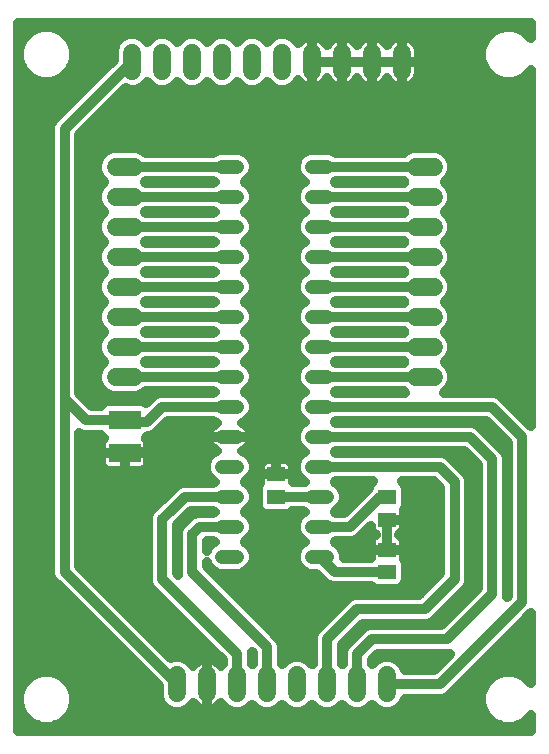
<source format=gbr>
G75*
%MOIN*%
%OFA0B0*%
%FSLAX24Y24*%
%IPPOS*%
%LPD*%
%AMOC8*
5,1,8,0,0,1.08239X$1,22.5*
%
%ADD10C,0.0480*%
%ADD11R,0.1063X0.0630*%
%ADD12R,0.0591X0.0512*%
%ADD13C,0.0600*%
%ADD14C,0.0320*%
D10*
X007520Y006510D02*
X008000Y006510D01*
X008000Y007510D02*
X007520Y007510D01*
X007520Y008510D02*
X008000Y008510D01*
X008000Y009510D02*
X007520Y009510D01*
X007520Y010510D02*
X008000Y010510D01*
X008000Y011510D02*
X007520Y011510D01*
X007520Y012510D02*
X008000Y012510D01*
X008000Y013510D02*
X007520Y013510D01*
X007520Y014510D02*
X008000Y014510D01*
X008000Y015510D02*
X007520Y015510D01*
X007520Y016510D02*
X008000Y016510D01*
X008000Y017510D02*
X007520Y017510D01*
X007520Y018510D02*
X008000Y018510D01*
X008000Y019510D02*
X007520Y019510D01*
X010520Y019510D02*
X011000Y019510D01*
X011000Y018510D02*
X010520Y018510D01*
X010520Y017510D02*
X011000Y017510D01*
X011000Y016510D02*
X010520Y016510D01*
X010520Y015510D02*
X011000Y015510D01*
X011000Y014510D02*
X010520Y014510D01*
X010520Y013510D02*
X011000Y013510D01*
X011000Y012510D02*
X010520Y012510D01*
X010520Y011510D02*
X011000Y011510D01*
X011000Y010510D02*
X010520Y010510D01*
X010520Y009510D02*
X011000Y009510D01*
X011000Y008510D02*
X010520Y008510D01*
X010520Y007510D02*
X011000Y007510D01*
X011000Y006510D02*
X010520Y006510D01*
D11*
X004260Y009959D03*
X004260Y011061D03*
D12*
X009320Y009264D03*
X009320Y008516D03*
X013010Y008504D03*
X013010Y007756D03*
X013010Y006754D03*
X013010Y006006D03*
D13*
X013010Y002560D02*
X013010Y001960D01*
X012010Y001960D02*
X012010Y002560D01*
X011010Y002560D02*
X011010Y001960D01*
X010010Y001960D02*
X010010Y002560D01*
X009010Y002560D02*
X009010Y001960D01*
X008010Y001960D02*
X008010Y002560D01*
X007010Y002560D02*
X007010Y001960D01*
X006010Y001960D02*
X006010Y002560D01*
X004560Y012510D02*
X003960Y012510D01*
X003960Y013510D02*
X004560Y013510D01*
X004560Y014510D02*
X003960Y014510D01*
X003960Y015510D02*
X004560Y015510D01*
X004560Y016510D02*
X003960Y016510D01*
X003960Y017510D02*
X004560Y017510D01*
X004560Y018510D02*
X003960Y018510D01*
X003960Y019510D02*
X004560Y019510D01*
X004510Y022710D02*
X004510Y023310D01*
X005510Y023310D02*
X005510Y022710D01*
X006510Y022710D02*
X006510Y023310D01*
X007510Y023310D02*
X007510Y022710D01*
X008510Y022710D02*
X008510Y023310D01*
X009510Y023310D02*
X009510Y022710D01*
X010510Y022710D02*
X010510Y023310D01*
X011510Y023310D02*
X011510Y022710D01*
X012510Y022710D02*
X012510Y023310D01*
X013510Y023310D02*
X013510Y022710D01*
X013960Y019510D02*
X014560Y019510D01*
X014560Y018510D02*
X013960Y018510D01*
X013960Y017510D02*
X014560Y017510D01*
X014560Y016510D02*
X013960Y016510D01*
X013960Y015510D02*
X014560Y015510D01*
X014560Y014510D02*
X013960Y014510D01*
X013960Y013510D02*
X014560Y013510D01*
X014560Y012510D02*
X013960Y012510D01*
D14*
X000707Y000733D02*
X000718Y000718D01*
X000733Y000707D01*
X000733Y000707D01*
X000751Y000701D01*
X000760Y000700D01*
X017760Y000700D01*
X017769Y000701D01*
X017787Y000707D01*
X017802Y000718D01*
X017813Y000733D01*
X017819Y000751D01*
X017820Y000760D01*
X017820Y001228D01*
X017579Y000988D01*
X017244Y000849D01*
X016882Y000849D01*
X016547Y000988D01*
X016291Y001244D01*
X016152Y001579D01*
X016152Y001941D01*
X016291Y002276D01*
X016547Y002532D01*
X016882Y002671D01*
X017244Y002671D01*
X017579Y002532D01*
X017820Y002292D01*
X017820Y004641D01*
X015167Y001988D01*
X015032Y001853D01*
X014855Y001780D01*
X013607Y001780D01*
X013536Y001609D01*
X013361Y001434D01*
X013133Y001340D01*
X012887Y001340D01*
X012659Y001434D01*
X012510Y001583D01*
X012361Y001434D01*
X012133Y001340D01*
X011887Y001340D01*
X011659Y001434D01*
X011510Y001583D01*
X011361Y001434D01*
X011133Y001340D01*
X010887Y001340D01*
X010659Y001434D01*
X010510Y001583D01*
X010361Y001434D01*
X010133Y001340D01*
X009887Y001340D01*
X009659Y001434D01*
X009510Y001583D01*
X009361Y001434D01*
X009133Y001340D01*
X008887Y001340D01*
X008659Y001434D01*
X008510Y001583D01*
X008361Y001434D01*
X008133Y001340D01*
X007887Y001340D01*
X007659Y001434D01*
X007484Y001609D01*
X007471Y001642D01*
X007437Y001595D01*
X007375Y001533D01*
X007304Y001481D01*
X007225Y001441D01*
X007141Y001414D01*
X007054Y001400D01*
X007010Y001400D01*
X007010Y002260D01*
X007010Y002260D01*
X007010Y003120D01*
X007054Y003120D01*
X007141Y003106D01*
X007225Y003079D01*
X007304Y003039D01*
X007375Y002987D01*
X007437Y002925D01*
X007471Y002878D01*
X007484Y002911D01*
X007530Y002957D01*
X007530Y003061D01*
X005103Y005488D01*
X005030Y005665D01*
X005030Y007855D01*
X005103Y008032D01*
X005238Y008167D01*
X005488Y008417D01*
X005988Y008917D01*
X006165Y008990D01*
X007215Y008990D01*
X007264Y009010D01*
X007203Y009035D01*
X007045Y009193D01*
X006960Y009399D01*
X006960Y009621D01*
X007045Y009827D01*
X007203Y009985D01*
X007342Y010042D01*
X007328Y010047D01*
X007258Y010082D01*
X007194Y010129D01*
X007139Y010184D01*
X007092Y010248D01*
X007057Y010318D01*
X007032Y010393D01*
X007020Y010471D01*
X007020Y010510D01*
X007760Y010510D01*
X006010Y010510D01*
X005510Y010010D01*
X004311Y010010D01*
X004260Y009959D01*
X005051Y009959D01*
X005051Y010299D01*
X005042Y010350D01*
X005022Y010397D01*
X004993Y010440D01*
X004962Y010471D01*
X004973Y010475D01*
X005028Y010530D01*
X005105Y010530D01*
X005282Y010603D01*
X005709Y011030D01*
X007215Y011030D01*
X007342Y010978D01*
X007328Y010973D01*
X007258Y010938D01*
X007194Y010891D01*
X007139Y010836D01*
X007092Y010772D01*
X007057Y010702D01*
X007032Y010627D01*
X007020Y010549D01*
X007020Y010510D01*
X007760Y010510D01*
X008500Y010510D01*
X008500Y010549D01*
X008488Y010627D01*
X008463Y010702D01*
X008428Y010772D01*
X008381Y010836D01*
X008326Y010891D01*
X008262Y010938D01*
X008192Y010973D01*
X008178Y010978D01*
X008317Y011035D01*
X008475Y011193D01*
X008560Y011399D01*
X008560Y011621D01*
X008475Y011827D01*
X008317Y011985D01*
X008256Y012010D01*
X008317Y012035D01*
X008475Y012193D01*
X008560Y012399D01*
X008560Y012621D01*
X008475Y012827D01*
X008317Y012985D01*
X008256Y013010D01*
X008317Y013035D01*
X008475Y013193D01*
X008560Y013399D01*
X008560Y013621D01*
X008475Y013827D01*
X008317Y013985D01*
X008256Y014010D01*
X008317Y014035D01*
X008475Y014193D01*
X008560Y014399D01*
X008560Y014621D01*
X008475Y014827D01*
X008317Y014985D01*
X008256Y015010D01*
X008317Y015035D01*
X008475Y015193D01*
X008560Y015399D01*
X008560Y015621D01*
X008475Y015827D01*
X008317Y015985D01*
X008256Y016010D01*
X008317Y016035D01*
X008475Y016193D01*
X008560Y016399D01*
X008560Y016621D01*
X008475Y016827D01*
X008317Y016985D01*
X008256Y017010D01*
X008317Y017035D01*
X008475Y017193D01*
X008560Y017399D01*
X008560Y017621D01*
X008475Y017827D01*
X008317Y017985D01*
X008256Y018010D01*
X008317Y018035D01*
X008475Y018193D01*
X008560Y018399D01*
X008560Y018621D01*
X008475Y018827D01*
X008317Y018985D01*
X008256Y019010D01*
X008317Y019035D01*
X008475Y019193D01*
X008560Y019399D01*
X008560Y019621D01*
X008475Y019827D01*
X008317Y019985D01*
X008111Y020070D01*
X007409Y020070D01*
X007215Y019990D01*
X004957Y019990D01*
X004911Y020036D01*
X004683Y020130D01*
X003837Y020130D01*
X003609Y020036D01*
X003434Y019861D01*
X003340Y019633D01*
X003340Y019387D01*
X003434Y019159D01*
X003583Y019010D01*
X003434Y018861D01*
X003340Y018633D01*
X003340Y018387D01*
X003434Y018159D01*
X003583Y018010D01*
X003434Y017861D01*
X003340Y017633D01*
X003340Y017387D01*
X003434Y017159D01*
X003583Y017010D01*
X003434Y016861D01*
X003340Y016633D01*
X003340Y016387D01*
X003434Y016159D01*
X003583Y016010D01*
X003434Y015861D01*
X003340Y015633D01*
X003340Y015387D01*
X003434Y015159D01*
X003583Y015010D01*
X003434Y014861D01*
X003340Y014633D01*
X003340Y014387D01*
X003434Y014159D01*
X003583Y014010D01*
X003434Y013861D01*
X003340Y013633D01*
X003340Y013387D01*
X003434Y013159D01*
X003583Y013010D01*
X003434Y012861D01*
X003340Y012633D01*
X003340Y012387D01*
X003434Y012159D01*
X003609Y011984D01*
X003837Y011890D01*
X004683Y011890D01*
X004911Y011984D01*
X004957Y012030D01*
X007215Y012030D01*
X007264Y012010D01*
X007215Y011990D01*
X005415Y011990D01*
X005238Y011917D01*
X004970Y011649D01*
X004855Y011696D01*
X003665Y011696D01*
X003547Y011647D01*
X003457Y011557D01*
X003451Y011541D01*
X003158Y011541D01*
X002740Y011959D01*
X002740Y020561D01*
X004303Y022125D01*
X004387Y022090D01*
X004633Y022090D01*
X004861Y022184D01*
X005010Y022333D01*
X005159Y022184D01*
X005387Y022090D01*
X005633Y022090D01*
X005861Y022184D01*
X006010Y022333D01*
X006159Y022184D01*
X006387Y022090D01*
X006633Y022090D01*
X006861Y022184D01*
X007010Y022333D01*
X007159Y022184D01*
X007387Y022090D01*
X007633Y022090D01*
X007861Y022184D01*
X008010Y022333D01*
X008159Y022184D01*
X008387Y022090D01*
X008633Y022090D01*
X008861Y022184D01*
X009010Y022333D01*
X009159Y022184D01*
X009387Y022090D01*
X009633Y022090D01*
X009861Y022184D01*
X010036Y022359D01*
X010049Y022392D01*
X010083Y022345D01*
X010145Y022283D01*
X010216Y022231D01*
X010295Y022191D01*
X010379Y022164D01*
X010466Y022150D01*
X010510Y022150D01*
X010554Y022150D01*
X010641Y022164D01*
X010725Y022191D01*
X010804Y022231D01*
X010875Y022283D01*
X010937Y022345D01*
X010989Y022416D01*
X011010Y022458D01*
X011031Y022416D01*
X011083Y022345D01*
X011145Y022283D01*
X011216Y022231D01*
X011295Y022191D01*
X011379Y022164D01*
X011466Y022150D01*
X011510Y022150D01*
X011554Y022150D01*
X011641Y022164D01*
X011725Y022191D01*
X011804Y022231D01*
X011875Y022283D01*
X011937Y022345D01*
X011989Y022416D01*
X012010Y022458D01*
X012031Y022416D01*
X012083Y022345D01*
X012145Y022283D01*
X012216Y022231D01*
X012295Y022191D01*
X012379Y022164D01*
X012466Y022150D01*
X012510Y022150D01*
X012554Y022150D01*
X012641Y022164D01*
X012725Y022191D01*
X012804Y022231D01*
X012875Y022283D01*
X012937Y022345D01*
X012989Y022416D01*
X013010Y022458D01*
X013031Y022416D01*
X013083Y022345D01*
X013145Y022283D01*
X013216Y022231D01*
X013295Y022191D01*
X013379Y022164D01*
X013466Y022150D01*
X013510Y022150D01*
X013554Y022150D01*
X013641Y022164D01*
X013725Y022191D01*
X013804Y022231D01*
X013875Y022283D01*
X013937Y022345D01*
X013989Y022416D01*
X014029Y022495D01*
X014056Y022579D01*
X014070Y022666D01*
X014070Y023010D01*
X014070Y023354D01*
X014056Y023441D01*
X014029Y023525D01*
X013989Y023604D01*
X013937Y023675D01*
X013875Y023737D01*
X013804Y023789D01*
X013725Y023829D01*
X013641Y023856D01*
X013554Y023870D01*
X013510Y023870D01*
X013510Y023010D01*
X013510Y023010D01*
X014070Y023010D01*
X013510Y023010D01*
X013510Y023010D01*
X013510Y023010D01*
X012510Y023010D01*
X012510Y023010D01*
X012510Y023010D01*
X012510Y023870D01*
X012554Y023870D01*
X012641Y023856D01*
X012725Y023829D01*
X012804Y023789D01*
X012875Y023737D01*
X012937Y023675D01*
X012989Y023604D01*
X013010Y023562D01*
X013031Y023604D01*
X013083Y023675D01*
X013145Y023737D01*
X013216Y023789D01*
X013295Y023829D01*
X013379Y023856D01*
X013466Y023870D01*
X013510Y023870D01*
X013510Y023010D01*
X013510Y022150D01*
X013510Y023010D01*
X013510Y023010D01*
X013070Y023010D01*
X012510Y023010D01*
X012510Y023870D01*
X012466Y023870D01*
X012379Y023856D01*
X012295Y023829D01*
X012216Y023789D01*
X012145Y023737D01*
X012083Y023675D01*
X012031Y023604D01*
X012010Y023562D01*
X011989Y023604D01*
X011937Y023675D01*
X011875Y023737D01*
X011804Y023789D01*
X011725Y023829D01*
X011641Y023856D01*
X011554Y023870D01*
X011510Y023870D01*
X011510Y023010D01*
X011510Y023010D01*
X012510Y023010D01*
X012510Y022150D01*
X012510Y023010D01*
X012510Y023010D01*
X012510Y023010D01*
X011950Y023010D01*
X011510Y023010D01*
X011510Y023010D01*
X011510Y023010D01*
X010510Y023010D01*
X010510Y023010D01*
X010510Y023010D01*
X010510Y023870D01*
X010554Y023870D01*
X010641Y023856D01*
X010725Y023829D01*
X010804Y023789D01*
X010875Y023737D01*
X010937Y023675D01*
X010989Y023604D01*
X011010Y023562D01*
X011031Y023604D01*
X011083Y023675D01*
X011145Y023737D01*
X011216Y023789D01*
X011295Y023829D01*
X011379Y023856D01*
X011466Y023870D01*
X011510Y023870D01*
X011510Y023010D01*
X011510Y022150D01*
X011510Y023010D01*
X011510Y023010D01*
X010950Y023010D01*
X010510Y023010D01*
X010510Y023870D01*
X010466Y023870D01*
X010379Y023856D01*
X010295Y023829D01*
X010216Y023789D01*
X010145Y023737D01*
X010083Y023675D01*
X010049Y023628D01*
X010036Y023661D01*
X009861Y023836D01*
X009633Y023930D01*
X009387Y023930D01*
X009159Y023836D01*
X009010Y023687D01*
X008861Y023836D01*
X008633Y023930D01*
X008387Y023930D01*
X008159Y023836D01*
X008010Y023687D01*
X007861Y023836D01*
X007633Y023930D01*
X007387Y023930D01*
X007159Y023836D01*
X007010Y023687D01*
X006861Y023836D01*
X006633Y023930D01*
X006387Y023930D01*
X006159Y023836D01*
X006010Y023687D01*
X005861Y023836D01*
X005633Y023930D01*
X005387Y023930D01*
X005159Y023836D01*
X005010Y023687D01*
X004861Y023836D01*
X004633Y023930D01*
X004387Y023930D01*
X004159Y023836D01*
X003984Y023661D01*
X003890Y023433D01*
X003890Y023069D01*
X001853Y021032D01*
X001780Y020855D01*
X001780Y005915D01*
X001853Y005738D01*
X001988Y005603D01*
X005390Y002201D01*
X005390Y001837D01*
X005484Y001609D01*
X005659Y001434D01*
X005887Y001340D01*
X006133Y001340D01*
X006361Y001434D01*
X006536Y001609D01*
X006549Y001642D01*
X006583Y001595D01*
X006645Y001533D01*
X006716Y001481D01*
X006795Y001441D01*
X006879Y001414D01*
X006966Y001400D01*
X007010Y001400D01*
X007010Y002260D01*
X007010Y003120D01*
X006966Y003120D01*
X006879Y003106D01*
X006795Y003079D01*
X006716Y003039D01*
X006645Y002987D01*
X006583Y002925D01*
X006549Y002878D01*
X006536Y002911D01*
X006361Y003086D01*
X006133Y003180D01*
X005887Y003180D01*
X005803Y003145D01*
X002740Y006209D01*
X002740Y010632D01*
X002863Y010581D01*
X003451Y010581D01*
X003457Y010565D01*
X003547Y010475D01*
X003558Y010471D01*
X003527Y010440D01*
X003498Y010397D01*
X003478Y010350D01*
X003469Y010299D01*
X003469Y009959D01*
X004260Y009959D01*
X004260Y009959D01*
X004260Y009959D01*
X005051Y009959D01*
X005051Y009618D01*
X005042Y009568D01*
X005022Y009521D01*
X004993Y009478D01*
X004957Y009442D01*
X004915Y009413D01*
X004867Y009394D01*
X004817Y009384D01*
X004260Y009384D01*
X004260Y009959D01*
X003469Y009959D01*
X003469Y009618D01*
X003478Y009568D01*
X003498Y009521D01*
X003527Y009478D01*
X003563Y009442D01*
X003605Y009413D01*
X003653Y009394D01*
X003703Y009384D01*
X004260Y009384D01*
X004260Y009959D01*
X004260Y009959D01*
X004260Y009815D02*
X004260Y009815D01*
X004260Y009497D02*
X004260Y009497D01*
X005006Y009497D02*
X006960Y009497D01*
X007060Y009178D02*
X002740Y009178D01*
X002740Y008860D02*
X005931Y008860D01*
X006260Y008510D02*
X005760Y008010D01*
X005510Y007760D01*
X005510Y005760D01*
X008010Y003260D01*
X008010Y002260D01*
X008510Y002937D02*
X008490Y002957D01*
X008490Y003351D01*
X008530Y003311D01*
X008530Y002957D01*
X008510Y002937D01*
X008490Y003127D02*
X008530Y003127D01*
X009010Y003510D02*
X006510Y006010D01*
X006510Y007260D01*
X006760Y007510D01*
X007760Y007510D01*
X007264Y007010D02*
X007203Y006985D01*
X007045Y006827D01*
X006990Y006694D01*
X006990Y007030D01*
X007215Y007030D01*
X007264Y007010D01*
X007167Y006949D02*
X006990Y006949D01*
X006990Y006326D02*
X007045Y006193D01*
X007203Y006035D01*
X007409Y005950D01*
X008111Y005950D01*
X008317Y006035D01*
X008475Y006193D01*
X008560Y006399D01*
X008560Y006621D01*
X008475Y006827D01*
X008317Y006985D01*
X008256Y007010D01*
X008317Y007035D01*
X008475Y007193D01*
X008560Y007399D01*
X008560Y007621D01*
X008475Y007827D01*
X008317Y007985D01*
X008256Y008010D01*
X008317Y008035D01*
X008475Y008193D01*
X008560Y008399D01*
X008560Y008621D01*
X008475Y008827D01*
X008317Y008985D01*
X008256Y009010D01*
X008317Y009035D01*
X008475Y009193D01*
X008560Y009399D01*
X008560Y009621D01*
X008475Y009827D01*
X008317Y009985D01*
X008178Y010042D01*
X008192Y010047D01*
X008262Y010082D01*
X008326Y010129D01*
X008381Y010184D01*
X008428Y010248D01*
X008463Y010318D01*
X008488Y010393D01*
X008500Y010471D01*
X008500Y010510D01*
X007760Y010510D01*
X007760Y010510D01*
X007760Y010510D01*
X008331Y010134D02*
X010105Y010134D01*
X010045Y010193D02*
X010203Y010035D01*
X010264Y010010D01*
X010203Y009985D01*
X010045Y009827D01*
X009960Y009621D01*
X009960Y009399D01*
X010045Y009193D01*
X010203Y009035D01*
X010264Y009010D01*
X010230Y008996D01*
X009875Y008996D01*
X009875Y009264D01*
X009875Y009546D01*
X009865Y009596D01*
X009846Y009643D01*
X009817Y009686D01*
X009781Y009722D01*
X009738Y009750D01*
X009691Y009770D01*
X009641Y009780D01*
X009320Y009780D01*
X008999Y009780D01*
X008949Y009770D01*
X008902Y009750D01*
X008859Y009722D01*
X008823Y009686D01*
X008794Y009643D01*
X008775Y009596D01*
X008765Y009546D01*
X008765Y009264D01*
X008765Y008983D01*
X008768Y008967D01*
X008753Y008953D01*
X008705Y008836D01*
X008705Y008196D01*
X008753Y008079D01*
X008843Y007989D01*
X008961Y007940D01*
X009679Y007940D01*
X009797Y007989D01*
X009844Y008036D01*
X010202Y008036D01*
X010203Y008035D01*
X010264Y008010D01*
X010203Y007985D01*
X010045Y007827D01*
X009960Y007621D01*
X009960Y007399D01*
X010045Y007193D01*
X010203Y007035D01*
X010264Y007010D01*
X010203Y006985D01*
X010045Y006827D01*
X009960Y006621D01*
X009960Y006399D01*
X010045Y006193D01*
X010203Y006035D01*
X010409Y005950D01*
X010641Y005950D01*
X010992Y005599D01*
X011169Y005526D01*
X012486Y005526D01*
X012533Y005479D01*
X012651Y005430D01*
X013369Y005430D01*
X013487Y005479D01*
X013577Y005569D01*
X013625Y005686D01*
X013625Y006326D01*
X013577Y006443D01*
X013562Y006457D01*
X013565Y006473D01*
X013565Y006754D01*
X013565Y007036D01*
X013555Y007086D01*
X013536Y007133D01*
X013507Y007176D01*
X013471Y007212D01*
X013428Y007240D01*
X013393Y007255D01*
X013428Y007270D01*
X013471Y007298D01*
X013507Y007334D01*
X013536Y007377D01*
X013555Y007424D01*
X013565Y007474D01*
X013565Y007756D01*
X013565Y008037D01*
X013562Y008053D01*
X013577Y008067D01*
X013625Y008184D01*
X013625Y008824D01*
X013577Y008941D01*
X013488Y009030D01*
X014561Y009030D01*
X014780Y008811D01*
X014780Y005959D01*
X014061Y005240D01*
X011915Y005240D01*
X011738Y005167D01*
X010603Y004032D01*
X010530Y003855D01*
X010530Y002957D01*
X010510Y002937D01*
X010361Y003086D01*
X010133Y003180D01*
X009887Y003180D01*
X009659Y003086D01*
X009510Y002937D01*
X009490Y002957D01*
X009490Y003605D01*
X009417Y003782D01*
X006990Y006209D01*
X006990Y006326D01*
X006990Y006312D02*
X006996Y006312D01*
X007206Y005993D02*
X007305Y005993D01*
X007524Y005675D02*
X010917Y005675D01*
X011264Y006006D02*
X010760Y006510D01*
X011256Y007010D02*
X011305Y007030D01*
X011855Y007030D01*
X012032Y007103D01*
X012167Y007238D01*
X012455Y007526D01*
X012455Y007474D01*
X012465Y007424D01*
X012484Y007377D01*
X012513Y007334D01*
X012549Y007298D01*
X012592Y007270D01*
X012627Y007255D01*
X012592Y007240D01*
X012549Y007212D01*
X012513Y007176D01*
X012484Y007133D01*
X012465Y007086D01*
X012455Y007036D01*
X012455Y006754D01*
X012455Y006486D01*
X011560Y006486D01*
X011560Y006621D01*
X011475Y006827D01*
X011317Y006985D01*
X011256Y007010D01*
X011353Y006949D02*
X012455Y006949D01*
X012455Y006754D02*
X013010Y006754D01*
X013010Y006754D01*
X013565Y006754D01*
X013010Y006754D01*
X012455Y006754D01*
X012455Y006630D02*
X011556Y006630D01*
X011264Y006006D02*
X013010Y006006D01*
X013010Y006754D02*
X013010Y006754D01*
X013010Y007756D01*
X013565Y007756D01*
X013010Y007756D01*
X013010Y007756D01*
X013010Y007240D01*
X013010Y006754D01*
X013010Y006754D01*
X013010Y006949D02*
X013010Y006949D01*
X013010Y007267D02*
X013010Y007267D01*
X013010Y007586D02*
X013010Y007586D01*
X013010Y007756D02*
X013010Y007756D01*
X013422Y007267D02*
X014780Y007267D01*
X014780Y007586D02*
X013565Y007586D01*
X013565Y007904D02*
X014780Y007904D01*
X014780Y008223D02*
X013625Y008223D01*
X013625Y008541D02*
X014780Y008541D01*
X014732Y008860D02*
X013610Y008860D01*
X013010Y008504D02*
X012754Y008504D01*
X011760Y007510D01*
X010760Y007510D01*
X011256Y008010D02*
X011317Y008035D01*
X011475Y008193D01*
X011560Y008399D01*
X011560Y008621D01*
X011475Y008827D01*
X011317Y008985D01*
X011256Y009010D01*
X011305Y009030D01*
X012532Y009030D01*
X012443Y008941D01*
X012395Y008824D01*
X012395Y008824D01*
X011561Y007990D01*
X011305Y007990D01*
X011256Y008010D01*
X011487Y008223D02*
X011794Y008223D01*
X011560Y008541D02*
X012112Y008541D01*
X012410Y008860D02*
X011442Y008860D01*
X010760Y008510D02*
X010754Y008516D01*
X009320Y008516D01*
X008705Y008541D02*
X008560Y008541D01*
X008442Y008860D02*
X008715Y008860D01*
X008765Y009178D02*
X008460Y009178D01*
X008560Y009497D02*
X008765Y009497D01*
X008765Y009264D02*
X009320Y009264D01*
X009320Y009264D01*
X009875Y009264D01*
X009320Y009264D01*
X008765Y009264D01*
X008480Y009815D02*
X010040Y009815D01*
X010045Y010193D02*
X009960Y010399D01*
X009960Y010621D01*
X010045Y010827D01*
X010203Y010985D01*
X010264Y011010D01*
X010203Y011035D01*
X010045Y011193D01*
X009960Y011399D01*
X009960Y011621D01*
X010045Y011827D01*
X010203Y011985D01*
X010264Y012010D01*
X010203Y012035D01*
X010045Y012193D01*
X009960Y012399D01*
X009960Y012621D01*
X010045Y012827D01*
X010203Y012985D01*
X010264Y013010D01*
X010203Y013035D01*
X010045Y013193D01*
X009960Y013399D01*
X009960Y013621D01*
X010045Y013827D01*
X010203Y013985D01*
X010264Y014010D01*
X010203Y014035D01*
X010045Y014193D01*
X009960Y014399D01*
X009960Y014621D01*
X010045Y014827D01*
X010203Y014985D01*
X010264Y015010D01*
X010203Y015035D01*
X010045Y015193D01*
X009960Y015399D01*
X009960Y015621D01*
X010045Y015827D01*
X010203Y015985D01*
X010264Y016010D01*
X010203Y016035D01*
X010045Y016193D01*
X009960Y016399D01*
X009960Y016621D01*
X010045Y016827D01*
X010203Y016985D01*
X010264Y017010D01*
X010203Y017035D01*
X010045Y017193D01*
X009960Y017399D01*
X009960Y017621D01*
X010045Y017827D01*
X010203Y017985D01*
X010264Y018010D01*
X010203Y018035D01*
X010045Y018193D01*
X009960Y018399D01*
X009960Y018621D01*
X010045Y018827D01*
X010203Y018985D01*
X010264Y019010D01*
X010203Y019035D01*
X010045Y019193D01*
X009960Y019399D01*
X009960Y019621D01*
X010045Y019827D01*
X010203Y019985D01*
X010409Y020070D01*
X011111Y020070D01*
X011305Y019990D01*
X013563Y019990D01*
X013609Y020036D01*
X013837Y020130D01*
X014683Y020130D01*
X014911Y020036D01*
X015086Y019861D01*
X015180Y019633D01*
X015180Y019387D01*
X015086Y019159D01*
X014937Y019010D01*
X015086Y018861D01*
X015180Y018633D01*
X015180Y018387D01*
X015086Y018159D01*
X014937Y018010D01*
X015086Y017861D01*
X015180Y017633D01*
X015180Y017387D01*
X015086Y017159D01*
X014937Y017010D01*
X015086Y016861D01*
X015180Y016633D01*
X015180Y016387D01*
X015086Y016159D01*
X014937Y016010D01*
X015086Y015861D01*
X015180Y015633D01*
X015180Y015387D01*
X015086Y015159D01*
X014937Y015010D01*
X015086Y014861D01*
X015180Y014633D01*
X015180Y014387D01*
X015086Y014159D01*
X014937Y014010D01*
X015086Y013861D01*
X015180Y013633D01*
X015180Y013387D01*
X015086Y013159D01*
X014937Y013010D01*
X015086Y012861D01*
X015180Y012633D01*
X015180Y012387D01*
X015086Y012159D01*
X014917Y011990D01*
X016605Y011990D01*
X016782Y011917D01*
X017782Y010917D01*
X017820Y010879D01*
X017820Y022728D01*
X017579Y022488D01*
X017244Y022349D01*
X016882Y022349D01*
X016547Y022488D01*
X016291Y022744D01*
X016152Y023079D01*
X016152Y023441D01*
X016291Y023776D01*
X016547Y024032D01*
X016882Y024171D01*
X017244Y024171D01*
X017579Y024032D01*
X017820Y023792D01*
X017820Y024260D01*
X017819Y024269D01*
X017813Y024287D01*
X017802Y024302D01*
X017787Y024313D01*
X017769Y024319D01*
X017760Y024320D01*
X000760Y024320D01*
X000751Y024319D01*
X000733Y024313D01*
X000718Y024302D01*
X000707Y024287D01*
X000701Y024269D01*
X000700Y024260D01*
X000700Y024172D01*
X000700Y000848D01*
X000700Y000760D01*
X000701Y000751D01*
X000707Y000733D01*
X000700Y000897D02*
X001356Y000897D01*
X001472Y000849D02*
X001835Y000849D01*
X002170Y000988D01*
X002426Y001244D01*
X002565Y001579D01*
X002565Y001941D01*
X002426Y002276D01*
X002170Y002532D01*
X001835Y002671D01*
X001472Y002671D01*
X001138Y002532D01*
X000881Y002276D01*
X000743Y001941D01*
X000743Y001579D01*
X000881Y001244D01*
X001138Y000988D01*
X001472Y000849D01*
X001951Y000897D02*
X016766Y000897D01*
X016319Y001216D02*
X002398Y001216D01*
X002546Y001534D02*
X005559Y001534D01*
X005390Y001853D02*
X002565Y001853D01*
X002470Y002171D02*
X005390Y002171D01*
X005102Y002490D02*
X002213Y002490D01*
X001095Y002490D02*
X000700Y002490D01*
X000700Y002171D02*
X000838Y002171D01*
X000743Y001853D02*
X000700Y001853D01*
X000700Y001534D02*
X000761Y001534D01*
X000700Y001216D02*
X000910Y001216D01*
X000700Y002808D02*
X004783Y002808D01*
X004465Y003127D02*
X000700Y003127D01*
X000700Y003445D02*
X004146Y003445D01*
X003828Y003764D02*
X000700Y003764D01*
X000700Y004082D02*
X003509Y004082D01*
X003191Y004401D02*
X000700Y004401D01*
X000700Y004719D02*
X002872Y004719D01*
X002554Y005038D02*
X000700Y005038D01*
X000700Y005356D02*
X002235Y005356D01*
X001917Y005675D02*
X000700Y005675D01*
X000700Y005993D02*
X001780Y005993D01*
X001780Y006312D02*
X000700Y006312D01*
X000700Y006630D02*
X001780Y006630D01*
X001780Y006949D02*
X000700Y006949D01*
X000700Y007267D02*
X001780Y007267D01*
X001780Y007586D02*
X000700Y007586D01*
X000700Y007904D02*
X001780Y007904D01*
X001780Y008223D02*
X000700Y008223D01*
X000700Y008541D02*
X001780Y008541D01*
X001780Y008860D02*
X000700Y008860D01*
X000700Y009178D02*
X001780Y009178D01*
X001780Y009497D02*
X000700Y009497D01*
X000700Y009815D02*
X001780Y009815D01*
X001780Y010134D02*
X000700Y010134D01*
X000700Y010452D02*
X001780Y010452D01*
X001780Y010771D02*
X000700Y010771D01*
X000700Y011089D02*
X001780Y011089D01*
X001780Y011408D02*
X000700Y011408D01*
X000700Y011726D02*
X001780Y011726D01*
X001780Y012045D02*
X000700Y012045D01*
X000700Y012363D02*
X001780Y012363D01*
X001780Y012682D02*
X000700Y012682D01*
X000700Y013000D02*
X001780Y013000D01*
X001780Y013319D02*
X000700Y013319D01*
X000700Y013637D02*
X001780Y013637D01*
X001780Y013956D02*
X000700Y013956D01*
X000700Y014274D02*
X001780Y014274D01*
X001780Y014593D02*
X000700Y014593D01*
X000700Y014911D02*
X001780Y014911D01*
X001780Y015230D02*
X000700Y015230D01*
X000700Y015548D02*
X001780Y015548D01*
X001780Y015867D02*
X000700Y015867D01*
X000700Y016185D02*
X001780Y016185D01*
X001780Y016504D02*
X000700Y016504D01*
X000700Y016822D02*
X001780Y016822D01*
X001780Y017141D02*
X000700Y017141D01*
X000700Y017459D02*
X001780Y017459D01*
X001780Y017778D02*
X000700Y017778D01*
X000700Y018096D02*
X001780Y018096D01*
X001780Y018415D02*
X000700Y018415D01*
X000700Y018733D02*
X001780Y018733D01*
X001780Y019052D02*
X000700Y019052D01*
X000700Y019370D02*
X001780Y019370D01*
X001780Y019689D02*
X000700Y019689D01*
X000700Y020007D02*
X001780Y020007D01*
X001780Y020326D02*
X000700Y020326D01*
X000700Y020644D02*
X001780Y020644D01*
X001824Y020963D02*
X000700Y020963D01*
X000700Y021281D02*
X002102Y021281D01*
X002421Y021600D02*
X000700Y021600D01*
X000700Y021918D02*
X002739Y021918D01*
X003058Y022237D02*
X000700Y022237D01*
X000700Y022555D02*
X001070Y022555D01*
X001138Y022488D02*
X001472Y022349D01*
X001835Y022349D01*
X002170Y022488D01*
X002426Y022744D01*
X002565Y023079D01*
X002565Y023441D01*
X002426Y023776D01*
X002170Y024032D01*
X001835Y024171D01*
X001472Y024171D01*
X001138Y024032D01*
X000881Y023776D01*
X000743Y023441D01*
X000743Y023079D01*
X000881Y022744D01*
X001138Y022488D01*
X000828Y022874D02*
X000700Y022874D01*
X000700Y023192D02*
X000743Y023192D01*
X000771Y023511D02*
X000700Y023511D01*
X000700Y023829D02*
X000934Y023829D01*
X000700Y024148D02*
X001415Y024148D01*
X001892Y024148D02*
X016825Y024148D01*
X016344Y023829D02*
X013725Y023829D01*
X013510Y023829D02*
X013510Y023829D01*
X013295Y023829D02*
X012725Y023829D01*
X012510Y023829D02*
X012510Y023829D01*
X012295Y023829D02*
X011725Y023829D01*
X011510Y023829D02*
X011510Y023829D01*
X011295Y023829D02*
X010725Y023829D01*
X010510Y023829D02*
X010510Y023829D01*
X010295Y023829D02*
X009868Y023829D01*
X010510Y023511D02*
X010510Y023511D01*
X010510Y023192D02*
X010510Y023192D01*
X010510Y023010D02*
X010510Y022150D01*
X010510Y023010D01*
X010510Y023010D01*
X010510Y022874D02*
X010510Y022874D01*
X010510Y022555D02*
X010510Y022555D01*
X010510Y022237D02*
X010510Y022237D01*
X010209Y022237D02*
X009913Y022237D01*
X009107Y022237D02*
X008913Y022237D01*
X008107Y022237D02*
X007913Y022237D01*
X007107Y022237D02*
X006913Y022237D01*
X006107Y022237D02*
X005913Y022237D01*
X005107Y022237D02*
X004913Y022237D01*
X004510Y023010D02*
X002260Y020760D01*
X002260Y011760D01*
X002959Y011061D01*
X004260Y011061D01*
X004311Y011010D01*
X005010Y011010D01*
X005510Y011510D01*
X007760Y011510D01*
X008326Y012045D02*
X010194Y012045D01*
X010003Y011726D02*
X008517Y011726D01*
X008560Y011408D02*
X009960Y011408D01*
X010149Y011089D02*
X008371Y011089D01*
X008428Y010771D02*
X010022Y010771D01*
X009960Y010452D02*
X008497Y010452D01*
X009320Y009780D02*
X009320Y009264D01*
X009320Y009264D01*
X009320Y009264D01*
X009320Y009780D01*
X009320Y009497D02*
X009320Y009497D01*
X009875Y009497D02*
X009960Y009497D01*
X009875Y009178D02*
X010060Y009178D01*
X010760Y009510D02*
X014760Y009510D01*
X015260Y009010D01*
X015260Y005760D01*
X014260Y004760D01*
X012010Y004760D01*
X011010Y003760D01*
X011010Y002260D01*
X011510Y002937D02*
X011490Y002957D01*
X011490Y003561D01*
X012209Y004280D01*
X014165Y004280D01*
X014355Y004280D01*
X014532Y004353D01*
X015532Y005353D01*
X015667Y005488D01*
X015740Y005665D01*
X015740Y009105D01*
X015667Y009282D01*
X015167Y009782D01*
X015032Y009917D01*
X014855Y009990D01*
X011305Y009990D01*
X011256Y010010D01*
X011305Y010030D01*
X015561Y010030D01*
X016030Y009561D01*
X016030Y005459D01*
X014811Y004240D01*
X012415Y004240D01*
X012238Y004167D01*
X011738Y003667D01*
X011603Y003532D01*
X011530Y003355D01*
X011530Y002957D01*
X011510Y002937D01*
X011490Y003127D02*
X011530Y003127D01*
X011490Y003445D02*
X011567Y003445D01*
X011692Y003764D02*
X011835Y003764D01*
X012011Y004082D02*
X012153Y004082D01*
X012510Y003760D02*
X012010Y003260D01*
X012010Y002260D01*
X012510Y002937D02*
X012490Y002957D01*
X012490Y003061D01*
X012709Y003280D01*
X015101Y003280D01*
X014561Y002740D01*
X013607Y002740D01*
X013536Y002911D01*
X013361Y003086D01*
X013133Y003180D01*
X012887Y003180D01*
X012659Y003086D01*
X012510Y002937D01*
X012555Y003127D02*
X012758Y003127D01*
X013262Y003127D02*
X014948Y003127D01*
X014629Y002808D02*
X013578Y002808D01*
X013010Y002260D02*
X014760Y002260D01*
X017510Y005010D01*
X017510Y010510D01*
X016510Y011510D01*
X010760Y011510D01*
X011256Y012010D02*
X011305Y012030D01*
X013563Y012030D01*
X013603Y011990D01*
X011305Y011990D01*
X011256Y012010D01*
X010760Y012510D02*
X014260Y012510D01*
X013583Y013010D02*
X013563Y013030D01*
X011305Y013030D01*
X011256Y013010D01*
X011305Y012990D01*
X013563Y012990D01*
X013583Y013010D01*
X013573Y013000D02*
X011280Y013000D01*
X010760Y013510D02*
X014260Y013510D01*
X013583Y014010D02*
X013563Y014030D01*
X011305Y014030D01*
X011256Y014010D01*
X011305Y013990D01*
X013563Y013990D01*
X013583Y014010D01*
X014260Y014510D02*
X010760Y014510D01*
X011256Y015010D02*
X011305Y015030D01*
X013563Y015030D01*
X013583Y015010D01*
X013563Y014990D01*
X011305Y014990D01*
X011256Y015010D01*
X010760Y015510D02*
X014260Y015510D01*
X013583Y016010D02*
X013563Y016030D01*
X011305Y016030D01*
X011256Y016010D01*
X011305Y015990D01*
X013563Y015990D01*
X013583Y016010D01*
X014260Y016510D02*
X010760Y016510D01*
X011256Y017010D02*
X011305Y017030D01*
X013563Y017030D01*
X013583Y017010D01*
X013563Y016990D01*
X011305Y016990D01*
X011256Y017010D01*
X010760Y017510D02*
X014260Y017510D01*
X013583Y018010D02*
X013563Y018030D01*
X011305Y018030D01*
X011256Y018010D01*
X011305Y017990D01*
X013563Y017990D01*
X013583Y018010D01*
X014260Y018510D02*
X010760Y018510D01*
X011256Y019010D02*
X011305Y019030D01*
X013563Y019030D01*
X013583Y019010D01*
X013563Y018990D01*
X011305Y018990D01*
X011256Y019010D01*
X010760Y019510D02*
X014260Y019510D01*
X013580Y020007D02*
X011263Y020007D01*
X010257Y020007D02*
X008263Y020007D01*
X008532Y019689D02*
X009988Y019689D01*
X009972Y019370D02*
X008548Y019370D01*
X008333Y019052D02*
X010187Y019052D01*
X010006Y018733D02*
X008514Y018733D01*
X008560Y018415D02*
X009960Y018415D01*
X010142Y018096D02*
X008378Y018096D01*
X008495Y017778D02*
X010025Y017778D01*
X009960Y017459D02*
X008560Y017459D01*
X008422Y017141D02*
X010098Y017141D01*
X010043Y016822D02*
X008477Y016822D01*
X008560Y016504D02*
X009960Y016504D01*
X010053Y016185D02*
X008467Y016185D01*
X008435Y015867D02*
X010085Y015867D01*
X009960Y015548D02*
X008560Y015548D01*
X008490Y015230D02*
X010030Y015230D01*
X010129Y014911D02*
X008391Y014911D01*
X008560Y014593D02*
X009960Y014593D01*
X010012Y014274D02*
X008508Y014274D01*
X008346Y013956D02*
X010174Y013956D01*
X009966Y013637D02*
X008554Y013637D01*
X008527Y013319D02*
X009993Y013319D01*
X010240Y013000D02*
X008280Y013000D01*
X008535Y012682D02*
X009985Y012682D01*
X009975Y012363D02*
X008545Y012363D01*
X007760Y012510D02*
X004260Y012510D01*
X004010Y012510D01*
X004260Y012510D01*
X004937Y013010D02*
X004957Y012990D01*
X007215Y012990D01*
X007264Y013010D01*
X007215Y013030D01*
X004957Y013030D01*
X004937Y013010D01*
X004947Y013000D02*
X007240Y013000D01*
X007760Y013510D02*
X004260Y013510D01*
X004937Y014010D02*
X004957Y014030D01*
X007215Y014030D01*
X007264Y014010D01*
X007215Y013990D01*
X004957Y013990D01*
X004937Y014010D01*
X004260Y014510D02*
X007760Y014510D01*
X007264Y015010D02*
X007215Y014990D01*
X004957Y014990D01*
X004937Y015010D01*
X004957Y015030D01*
X007215Y015030D01*
X007264Y015010D01*
X007760Y015510D02*
X004260Y015510D01*
X004937Y016010D02*
X004957Y016030D01*
X007215Y016030D01*
X007264Y016010D01*
X007215Y015990D01*
X004957Y015990D01*
X004937Y016010D01*
X004260Y016510D02*
X007760Y016510D01*
X007264Y017010D02*
X007215Y016990D01*
X004957Y016990D01*
X004937Y017010D01*
X004957Y017030D01*
X007215Y017030D01*
X007264Y017010D01*
X007760Y017510D02*
X004260Y017510D01*
X004937Y018010D02*
X004957Y018030D01*
X007215Y018030D01*
X007264Y018010D01*
X007215Y017990D01*
X004957Y017990D01*
X004937Y018010D01*
X004260Y018510D02*
X007760Y018510D01*
X007264Y019010D02*
X007215Y018990D01*
X004957Y018990D01*
X004937Y019010D01*
X004957Y019030D01*
X007215Y019030D01*
X007264Y019010D01*
X007760Y019510D02*
X004260Y019510D01*
X004940Y020007D02*
X007257Y020007D01*
X007152Y023829D02*
X006868Y023829D01*
X006152Y023829D02*
X005868Y023829D01*
X005152Y023829D02*
X004868Y023829D01*
X004152Y023829D02*
X002373Y023829D01*
X002536Y023511D02*
X003922Y023511D01*
X003890Y023192D02*
X002565Y023192D01*
X002480Y022874D02*
X003695Y022874D01*
X003376Y022555D02*
X002237Y022555D01*
X003460Y021281D02*
X017820Y021281D01*
X017820Y021600D02*
X003778Y021600D01*
X004097Y021918D02*
X017820Y021918D01*
X017820Y022237D02*
X013811Y022237D01*
X013510Y022237D02*
X013510Y022237D01*
X013209Y022237D02*
X012811Y022237D01*
X012510Y022237D02*
X012510Y022237D01*
X012209Y022237D02*
X011811Y022237D01*
X011510Y022237D02*
X011510Y022237D01*
X011209Y022237D02*
X010811Y022237D01*
X011510Y022555D02*
X011510Y022555D01*
X011510Y022874D02*
X011510Y022874D01*
X011510Y023192D02*
X011510Y023192D01*
X011510Y023511D02*
X011510Y023511D01*
X012510Y023511D02*
X012510Y023511D01*
X012510Y023192D02*
X012510Y023192D01*
X012510Y022874D02*
X012510Y022874D01*
X012510Y022555D02*
X012510Y022555D01*
X013510Y022555D02*
X013510Y022555D01*
X013510Y022874D02*
X013510Y022874D01*
X013510Y023192D02*
X013510Y023192D01*
X013510Y023511D02*
X013510Y023511D01*
X014034Y023511D02*
X016181Y023511D01*
X016152Y023192D02*
X014070Y023192D01*
X014070Y022874D02*
X016237Y022874D01*
X016480Y022555D02*
X014048Y022555D01*
X014940Y020007D02*
X017820Y020007D01*
X017820Y019689D02*
X015157Y019689D01*
X015173Y019370D02*
X017820Y019370D01*
X017820Y019052D02*
X014978Y019052D01*
X015139Y018733D02*
X017820Y018733D01*
X017820Y018415D02*
X015180Y018415D01*
X015023Y018096D02*
X017820Y018096D01*
X017820Y017778D02*
X015120Y017778D01*
X015180Y017459D02*
X017820Y017459D01*
X017820Y017141D02*
X015067Y017141D01*
X015102Y016822D02*
X017820Y016822D01*
X017820Y016504D02*
X015180Y016504D01*
X015096Y016185D02*
X017820Y016185D01*
X017820Y015867D02*
X015080Y015867D01*
X015180Y015548D02*
X017820Y015548D01*
X017820Y015230D02*
X015115Y015230D01*
X015036Y014911D02*
X017820Y014911D01*
X017820Y014593D02*
X015180Y014593D01*
X015133Y014274D02*
X017820Y014274D01*
X017820Y013956D02*
X014991Y013956D01*
X015178Y013637D02*
X017820Y013637D01*
X017820Y013319D02*
X015152Y013319D01*
X014947Y013000D02*
X017820Y013000D01*
X017820Y012682D02*
X015160Y012682D01*
X015170Y012363D02*
X017820Y012363D01*
X017820Y012045D02*
X014971Y012045D01*
X015855Y010990D02*
X011305Y010990D01*
X011256Y011010D01*
X011305Y011030D01*
X016311Y011030D01*
X017030Y010311D01*
X017030Y005209D01*
X016990Y005169D01*
X016990Y005355D01*
X016990Y009855D01*
X016917Y010032D01*
X016782Y010167D01*
X016032Y010917D01*
X015855Y010990D01*
X015760Y010510D02*
X016510Y009760D01*
X016510Y005260D01*
X015010Y003760D01*
X012510Y003760D01*
X011609Y005038D02*
X008161Y005038D01*
X007843Y005356D02*
X014177Y005356D01*
X014496Y005675D02*
X013620Y005675D01*
X013625Y005993D02*
X014780Y005993D01*
X014780Y006312D02*
X013625Y006312D01*
X013565Y006630D02*
X014780Y006630D01*
X014780Y006949D02*
X013565Y006949D01*
X012598Y007267D02*
X012196Y007267D01*
X010305Y005993D02*
X008215Y005993D01*
X008524Y006312D02*
X009996Y006312D01*
X009964Y006630D02*
X008556Y006630D01*
X008353Y006949D02*
X010167Y006949D01*
X010015Y007267D02*
X008505Y007267D01*
X008560Y007586D02*
X009960Y007586D01*
X010122Y007904D02*
X008398Y007904D01*
X008487Y008223D02*
X008705Y008223D01*
X007760Y008510D02*
X006260Y008510D01*
X006459Y008030D02*
X007215Y008030D01*
X007264Y008010D01*
X007215Y007990D01*
X006665Y007990D01*
X006488Y007917D01*
X006238Y007667D01*
X006103Y007532D01*
X006030Y007355D01*
X006030Y005919D01*
X005990Y005959D01*
X005990Y007561D01*
X006167Y007738D01*
X006459Y008030D01*
X006475Y007904D02*
X006333Y007904D01*
X006157Y007586D02*
X006014Y007586D01*
X005990Y007267D02*
X006030Y007267D01*
X006030Y006949D02*
X005990Y006949D01*
X005990Y006630D02*
X006030Y006630D01*
X006030Y006312D02*
X005990Y006312D01*
X005990Y005993D02*
X006030Y005993D01*
X005554Y005038D02*
X003911Y005038D01*
X003593Y005356D02*
X005235Y005356D01*
X005030Y005675D02*
X003274Y005675D01*
X002956Y005993D02*
X005030Y005993D01*
X005030Y006312D02*
X002740Y006312D01*
X002740Y006630D02*
X005030Y006630D01*
X005030Y006949D02*
X002740Y006949D01*
X002740Y007267D02*
X005030Y007267D01*
X005030Y007586D02*
X002740Y007586D01*
X002740Y007904D02*
X005050Y007904D01*
X005294Y008223D02*
X002740Y008223D01*
X002740Y008541D02*
X005612Y008541D01*
X005051Y009815D02*
X007040Y009815D01*
X007189Y010134D02*
X005051Y010134D01*
X004981Y010452D02*
X007023Y010452D01*
X007092Y010771D02*
X005449Y010771D01*
X005047Y011726D02*
X002973Y011726D01*
X002740Y012045D02*
X003549Y012045D01*
X003350Y012363D02*
X002740Y012363D01*
X002740Y012682D02*
X003360Y012682D01*
X003573Y013000D02*
X002740Y013000D01*
X002740Y013319D02*
X003368Y013319D01*
X003342Y013637D02*
X002740Y013637D01*
X002740Y013956D02*
X003529Y013956D01*
X003387Y014274D02*
X002740Y014274D01*
X002740Y014593D02*
X003340Y014593D01*
X003484Y014911D02*
X002740Y014911D01*
X002740Y015230D02*
X003405Y015230D01*
X003340Y015548D02*
X002740Y015548D01*
X002740Y015867D02*
X003440Y015867D01*
X003424Y016185D02*
X002740Y016185D01*
X002740Y016504D02*
X003340Y016504D01*
X003418Y016822D02*
X002740Y016822D01*
X002740Y017141D02*
X003453Y017141D01*
X003340Y017459D02*
X002740Y017459D01*
X002740Y017778D02*
X003400Y017778D01*
X003497Y018096D02*
X002740Y018096D01*
X002740Y018415D02*
X003340Y018415D01*
X003381Y018733D02*
X002740Y018733D01*
X002740Y019052D02*
X003542Y019052D01*
X003347Y019370D02*
X002740Y019370D01*
X002740Y019689D02*
X003363Y019689D01*
X003580Y020007D02*
X002740Y020007D01*
X002740Y020326D02*
X017820Y020326D01*
X017820Y020644D02*
X002823Y020644D01*
X003141Y020963D02*
X017820Y020963D01*
X017820Y022555D02*
X017647Y022555D01*
X017783Y023829D02*
X017820Y023829D01*
X017820Y024148D02*
X017302Y024148D01*
X009152Y023829D02*
X008868Y023829D01*
X008152Y023829D02*
X007868Y023829D01*
X002260Y011760D02*
X002260Y006010D01*
X006010Y002260D01*
X006461Y001534D02*
X006644Y001534D01*
X007010Y001534D02*
X007010Y001534D01*
X007010Y001853D02*
X007010Y001853D01*
X007010Y002171D02*
X007010Y002171D01*
X007010Y002260D02*
X007010Y002260D01*
X007010Y002490D02*
X007010Y002490D01*
X007010Y002808D02*
X007010Y002808D01*
X007146Y003445D02*
X005504Y003445D01*
X005185Y003764D02*
X006828Y003764D01*
X006509Y004082D02*
X004867Y004082D01*
X004548Y004401D02*
X006191Y004401D01*
X005872Y004719D02*
X004230Y004719D01*
X006262Y003127D02*
X007465Y003127D01*
X007376Y001534D02*
X007559Y001534D01*
X008461Y001534D02*
X008559Y001534D01*
X009010Y002260D02*
X009010Y003510D01*
X009425Y003764D02*
X010530Y003764D01*
X010653Y004082D02*
X009117Y004082D01*
X008798Y004401D02*
X010972Y004401D01*
X011290Y004719D02*
X008480Y004719D01*
X009490Y003445D02*
X010530Y003445D01*
X010530Y003127D02*
X010262Y003127D01*
X009758Y003127D02*
X009490Y003127D01*
X009461Y001534D02*
X009559Y001534D01*
X010461Y001534D02*
X010559Y001534D01*
X011461Y001534D02*
X011559Y001534D01*
X012461Y001534D02*
X012559Y001534D01*
X013461Y001534D02*
X016171Y001534D01*
X016152Y001853D02*
X015031Y001853D01*
X015350Y002171D02*
X016247Y002171D01*
X016504Y002490D02*
X015668Y002490D01*
X015987Y002808D02*
X017820Y002808D01*
X017820Y003127D02*
X016305Y003127D01*
X016624Y003445D02*
X017820Y003445D01*
X017820Y003764D02*
X016942Y003764D01*
X017261Y004082D02*
X017820Y004082D01*
X017820Y004401D02*
X017579Y004401D01*
X017030Y005356D02*
X016990Y005356D01*
X016990Y005675D02*
X017030Y005675D01*
X017030Y005993D02*
X016990Y005993D01*
X016990Y006312D02*
X017030Y006312D01*
X017030Y006630D02*
X016990Y006630D01*
X016990Y006949D02*
X017030Y006949D01*
X017030Y007267D02*
X016990Y007267D01*
X016990Y007586D02*
X017030Y007586D01*
X017030Y007904D02*
X016990Y007904D01*
X016990Y008223D02*
X017030Y008223D01*
X017030Y008541D02*
X016990Y008541D01*
X016990Y008860D02*
X017030Y008860D01*
X017030Y009178D02*
X016990Y009178D01*
X016990Y009497D02*
X017030Y009497D01*
X017030Y009815D02*
X016990Y009815D01*
X017030Y010134D02*
X016815Y010134D01*
X016782Y010167D02*
X016782Y010167D01*
X016889Y010452D02*
X016497Y010452D01*
X016571Y010771D02*
X016178Y010771D01*
X015760Y010510D02*
X010760Y010510D01*
X015134Y009815D02*
X015776Y009815D01*
X016030Y009497D02*
X015452Y009497D01*
X015710Y009178D02*
X016030Y009178D01*
X016030Y008860D02*
X015740Y008860D01*
X015740Y008541D02*
X016030Y008541D01*
X016030Y008223D02*
X015740Y008223D01*
X015740Y007904D02*
X016030Y007904D01*
X016030Y007586D02*
X015740Y007586D01*
X015740Y007267D02*
X016030Y007267D01*
X016030Y006949D02*
X015740Y006949D01*
X015740Y006630D02*
X016030Y006630D01*
X016030Y006312D02*
X015740Y006312D01*
X015740Y005993D02*
X016030Y005993D01*
X016030Y005675D02*
X015740Y005675D01*
X015927Y005356D02*
X015535Y005356D01*
X015609Y005038D02*
X015216Y005038D01*
X015290Y004719D02*
X014898Y004719D01*
X014972Y004401D02*
X014579Y004401D01*
X017361Y000897D02*
X017820Y000897D01*
X017807Y001216D02*
X017820Y001216D01*
X017820Y002490D02*
X017622Y002490D01*
X017610Y011089D02*
X017820Y011089D01*
X017820Y011408D02*
X017291Y011408D01*
X016973Y011726D02*
X017820Y011726D01*
X003539Y010452D02*
X002740Y010452D01*
X002740Y010134D02*
X003469Y010134D01*
X003469Y009815D02*
X002740Y009815D01*
X002740Y009497D02*
X003514Y009497D01*
M02*

</source>
